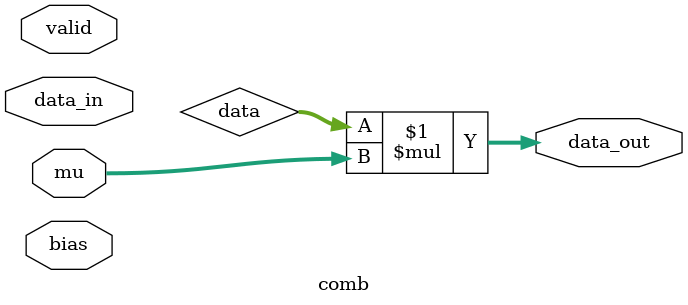
<source format=v>
`include "./sigmoid.v"

module comb#(
    parameter bitwidth  =32,
	parameter inputBitwidth =16,
	parameter fracBitwidth = 7
)(
    input [bitwidth-1:0]data_in,
    input [inputBitwidth-1:0]bias,
	input [inputBitwidth-1:0]mu,
    input valid,
	
    output [bitwidth-1:0]data_out
);

    wire [bitwidth-1:0] data;
    /*combination logic*/

    //linear regression
    `ifdef LINEAR
    assign data=data_in-bias;
    `endif

    //SVM
    `ifdef SVM
    assign data=((data_in*bias)>=(1<<fracBitwidth))?-bias:0;
    `endif

    //logistic regression
    `ifdef LOGISTIC
    wire[bitwidth-1:0] diff;
    assign diff=data_in-bias;
    sigmoid sigmoid1(
        .in(diff),
        .out(data)
    );
    `endif


    //assign data_out=data&valid;
	assign data_out=data*mu;
endmodule


</source>
